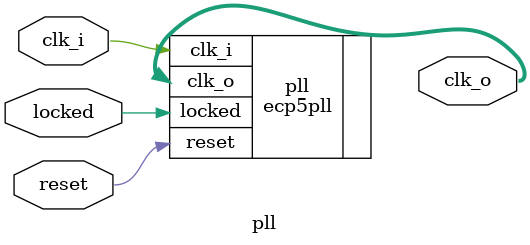
<source format=v>
module pll (
	input clk_i,
	output [3:0] clk_o,
	input reset,
	input locked
);

ecp5pll
#(
	.in_hz(25000000),
	.out0_hz(100000000),
	.out1_hz(100000000), .out1_deg(30),
	.out2_hz(50000000)
) pll (
	.clk_i(clk_i),
	.clk_o(clk_o),
	.reset(reset),
	.locked(locked)
);

endmodule


</source>
